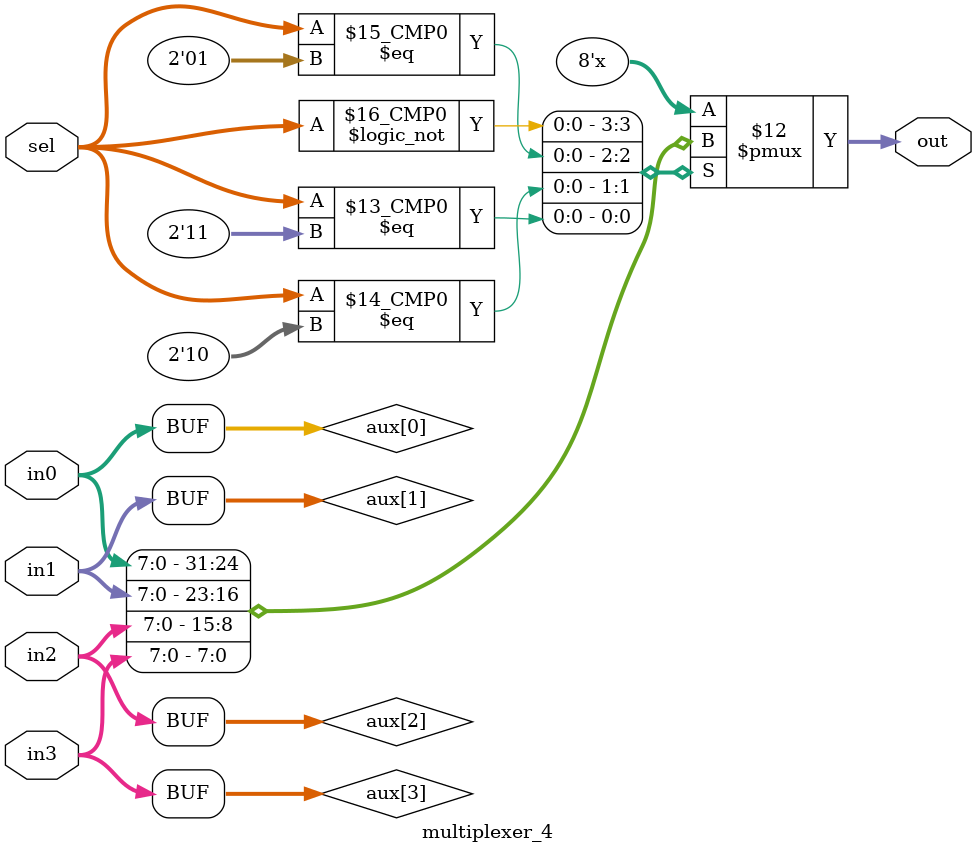
<source format=v>


module kernel_top #
(
  parameter C_S_AXI_CONTROL_ADDR_WIDTH = 12,
  parameter C_S_AXI_CONTROL_DATA_WIDTH = 32,
  parameter C_M_AXI_ADDR_WIDTH = 64,
  parameter C_M_AXI_DATA_WIDTH = 512
)
(
  input ap_clk,
  input ap_rst_n,
  input s_axi_control_awvalid,
  output s_axi_control_awready,
  input [C_S_AXI_CONTROL_ADDR_WIDTH-1:0] s_axi_control_awaddr,
  input s_axi_control_wvalid,
  output s_axi_control_wready,
  input [C_S_AXI_CONTROL_DATA_WIDTH-1:0] s_axi_control_wdata,
  input [C_S_AXI_CONTROL_DATA_WIDTH/8-1:0] s_axi_control_wstrb,
  input s_axi_control_arvalid,
  output s_axi_control_arready,
  input [C_S_AXI_CONTROL_ADDR_WIDTH-1:0] s_axi_control_araddr,
  output s_axi_control_rvalid,
  input s_axi_control_rready,
  output [C_S_AXI_CONTROL_DATA_WIDTH-1:0] s_axi_control_rdata,
  output [2-1:0] s_axi_control_rresp,
  output s_axi_control_bvalid,
  input s_axi_control_bready,
  output [2-1:0] s_axi_control_bresp,
  output interrupt,
  output m00_axi_awvalid,
  input m00_axi_awready,
  output [C_M_AXI_ADDR_WIDTH-1:0] m00_axi_awaddr,
  output [8-1:0] m00_axi_awlen,
  output m00_axi_wvalid,
  input m00_axi_wready,
  output [C_M_AXI_DATA_WIDTH-1:0] m00_axi_wdata,
  output [C_M_AXI_DATA_WIDTH/8-1:0] m00_axi_wstrb,
  output m00_axi_wlast,
  input m00_axi_bvalid,
  output m00_axi_bready,
  output m00_axi_arvalid,
  input m00_axi_arready,
  output [C_M_AXI_ADDR_WIDTH-1:0] m00_axi_araddr,
  output [8-1:0] m00_axi_arlen,
  input m00_axi_rvalid,
  output m00_axi_rready,
  input [C_M_AXI_DATA_WIDTH-1:0] m00_axi_rdata,
  input m00_axi_rlast,
  output m01_axi_awvalid,
  input m01_axi_awready,
  output [C_M_AXI_ADDR_WIDTH-1:0] m01_axi_awaddr,
  output [8-1:0] m01_axi_awlen,
  output m01_axi_wvalid,
  input m01_axi_wready,
  output [C_M_AXI_DATA_WIDTH-1:0] m01_axi_wdata,
  output [C_M_AXI_DATA_WIDTH/8-1:0] m01_axi_wstrb,
  output m01_axi_wlast,
  input m01_axi_bvalid,
  output m01_axi_bready,
  output m01_axi_arvalid,
  input m01_axi_arready,
  output [C_M_AXI_ADDR_WIDTH-1:0] m01_axi_araddr,
  output [8-1:0] m01_axi_arlen,
  input m01_axi_rvalid,
  output m01_axi_rready,
  input [C_M_AXI_DATA_WIDTH-1:0] m01_axi_rdata,
  input m01_axi_rlast
);

  (* DONT_TOUCH = "yes" *)
  reg areset;
  wire ap_start;
  wire ap_idle;
  wire ap_done;
  wire ap_ready;
  wire [32-1:0] in_s0;
  wire [32-1:0] in_s1;
  wire [32-1:0] out_s0;
  wire [32-1:0] out_s1;
  wire [64-1:0] in0;
  wire [64-1:0] out0;
  wire [64-1:0] in1;
  wire [64-1:0] out1;

  always @(posedge ap_clk) begin
    areset <= ~ap_rst_n;
  end


  control_s_axi_2
  #(
    .C_S_AXI_ADDR_WIDTH(C_S_AXI_CONTROL_ADDR_WIDTH),
    .C_S_AXI_DATA_WIDTH(C_S_AXI_CONTROL_DATA_WIDTH)
  )
  control_s_axi_inst
  (
    .aclk(ap_clk),
    .areset(areset),
    .aclk_en(1'b1),
    .awvalid(s_axi_control_awvalid),
    .awready(s_axi_control_awready),
    .awaddr(s_axi_control_awaddr),
    .wvalid(s_axi_control_wvalid),
    .wready(s_axi_control_wready),
    .wdata(s_axi_control_wdata),
    .wstrb(s_axi_control_wstrb),
    .arvalid(s_axi_control_arvalid),
    .arready(s_axi_control_arready),
    .araddr(s_axi_control_araddr),
    .rvalid(s_axi_control_rvalid),
    .rready(s_axi_control_rready),
    .rdata(s_axi_control_rdata),
    .rresp(s_axi_control_rresp),
    .bvalid(s_axi_control_bvalid),
    .bready(s_axi_control_bready),
    .bresp(s_axi_control_bresp),
    .interrupt(interrupt),
    .ap_start(ap_start),
    .ap_done(ap_done),
    .ap_ready(ap_ready),
    .ap_idle(ap_idle),
    .in_s0(in_s0),
    .in_s1(in_s1),
    .out_s0(out_s0),
    .out_s1(out_s1),
    .in0(in0),
    .out0(out0),
    .in1(in1),
    .out1(out1)
  );


  app_top
  #(
    .C_M_AXI_ADDR_WIDTH(C_M_AXI_ADDR_WIDTH),
    .C_M_AXI_DATA_WIDTH(C_M_AXI_DATA_WIDTH)
  )
  app_inst
  (
    .ap_clk(ap_clk),
    .ap_rst_n(ap_rst_n),
    .ap_start(ap_start),
    .ap_done(ap_done),
    .ap_idle(ap_idle),
    .ap_ready(ap_ready),
    .in_s0(in_s0),
    .in_s1(in_s1),
    .out_s0(out_s0),
    .out_s1(out_s1),
    .in0(in0),
    .out0(out0),
    .in1(in1),
    .out1(out1),
    .m00_axi_awvalid(m00_axi_awvalid),
    .m00_axi_awready(m00_axi_awready),
    .m00_axi_awaddr(m00_axi_awaddr),
    .m00_axi_awlen(m00_axi_awlen),
    .m00_axi_wvalid(m00_axi_wvalid),
    .m00_axi_wready(m00_axi_wready),
    .m00_axi_wdata(m00_axi_wdata),
    .m00_axi_wstrb(m00_axi_wstrb),
    .m00_axi_wlast(m00_axi_wlast),
    .m00_axi_bvalid(m00_axi_bvalid),
    .m00_axi_bready(m00_axi_bready),
    .m00_axi_arvalid(m00_axi_arvalid),
    .m00_axi_arready(m00_axi_arready),
    .m00_axi_araddr(m00_axi_araddr),
    .m00_axi_arlen(m00_axi_arlen),
    .m00_axi_rvalid(m00_axi_rvalid),
    .m00_axi_rready(m00_axi_rready),
    .m00_axi_rdata(m00_axi_rdata),
    .m00_axi_rlast(m00_axi_rlast),
    .m01_axi_awvalid(m01_axi_awvalid),
    .m01_axi_awready(m01_axi_awready),
    .m01_axi_awaddr(m01_axi_awaddr),
    .m01_axi_awlen(m01_axi_awlen),
    .m01_axi_wvalid(m01_axi_wvalid),
    .m01_axi_wready(m01_axi_wready),
    .m01_axi_wdata(m01_axi_wdata),
    .m01_axi_wstrb(m01_axi_wstrb),
    .m01_axi_wlast(m01_axi_wlast),
    .m01_axi_bvalid(m01_axi_bvalid),
    .m01_axi_bready(m01_axi_bready),
    .m01_axi_arvalid(m01_axi_arvalid),
    .m01_axi_arready(m01_axi_arready),
    .m01_axi_araddr(m01_axi_araddr),
    .m01_axi_arlen(m01_axi_arlen),
    .m01_axi_rvalid(m01_axi_rvalid),
    .m01_axi_rready(m01_axi_rready),
    .m01_axi_rdata(m01_axi_rdata),
    .m01_axi_rlast(m01_axi_rlast)
  );


  initial begin
    areset = 1'b1;
  end


endmodule



module control_s_axi_2 #
(
  parameter C_S_AXI_ADDR_WIDTH = 7,
  parameter C_S_AXI_DATA_WIDTH = 32
)
(
  input aclk,
  input areset,
  input aclk_en,
  input [C_S_AXI_ADDR_WIDTH-1:0] awaddr,
  input awvalid,
  output awready,
  input [C_S_AXI_DATA_WIDTH-1:0] wdata,
  input [C_S_AXI_DATA_WIDTH/8-1:0] wstrb,
  input wvalid,
  output wready,
  output [2-1:0] bresp,
  output bvalid,
  input bready,
  input [C_S_AXI_ADDR_WIDTH-1:0] araddr,
  input arvalid,
  output arready,
  output [C_S_AXI_DATA_WIDTH-1:0] rdata,
  output [2-1:0] rresp,
  output rvalid,
  input rready,
  output interrupt,
  output ap_start,
  input ap_done,
  input ap_ready,
  input ap_idle,
  output [32-1:0] in_s0,
  output [32-1:0] in_s1,
  output [32-1:0] out_s0,
  output [32-1:0] out_s1,
  output [64-1:0] in0,
  output [64-1:0] in1,
  output [64-1:0] out0,
  output [64-1:0] out1
);

  localparam ADDR_AP_CTRL = 7'h0;
  localparam ADDR_GIE = 7'h4;
  localparam ADDR_IER = 7'h8;
  localparam ADDR_ISR = 7'hc;
  localparam ADDR_IN_S0_DATA_0 = 7'h10;
  localparam ADDR_IN_S0_CTRL = 7'h14;
  localparam ADDR_IN_S1_DATA_0 = 7'h18;
  localparam ADDR_IN_S1_CTRL = 7'h1c;
  localparam ADDR_OUT_S0_DATA_0 = 7'h20;
  localparam ADDR_OUT_S0_CTRL = 7'h24;
  localparam ADDR_OUT_S1_DATA_0 = 7'h28;
  localparam ADDR_OUT_S1_CTRL = 7'h2c;
  localparam ADDR_IN0_DATA_0 = 7'h30;
  localparam ADDR_IN0_DATA_1 = 7'h34;
  localparam ADDR_IN0_CTRL = 7'h38;
  localparam ADDR_OUT0_DATA_0 = 7'h3c;
  localparam ADDR_OUT0_DATA_1 = 7'h40;
  localparam ADDR_OUT0_CTRL = 7'h44;
  localparam ADDR_IN1_DATA_0 = 7'h48;
  localparam ADDR_IN1_DATA_1 = 7'h4c;
  localparam ADDR_IN1_CTRL = 7'h50;
  localparam ADDR_OUT1_DATA_0 = 7'h54;
  localparam ADDR_OUT1_DATA_1 = 7'h58;
  localparam ADDR_OUT1_CTRL = 7'h5c;
  localparam WRIDLE = 2'd0;
  localparam WRDATA = 2'd1;
  localparam WRRESP = 2'd2;
  localparam WRRESET = 2'd3;
  localparam RDIDLE = 2'd0;
  localparam RDDATA = 2'd1;
  localparam RDRESET = 2'd2;
  localparam ADDR_BITS = 7;
  reg [2-1:0] wstate;
  reg [2-1:0] wnext;
  reg [ADDR_BITS-1:0] waddr;
  wire [32-1:0] wmask;
  wire aw_hs;
  wire w_hs;
  reg [2-1:0] rstate;
  reg [2-1:0] rnext;
  reg [32-1:0] rrdata;
  wire ar_hs;
  wire [ADDR_BITS-1:0] raddr;
  reg int_ap_idle;
  reg int_ap_ready;
  reg int_ap_done;
  reg int_ap_start;
  reg int_auto_restart;
  reg int_gie;
  reg [2-1:0] int_ier;
  reg [2-1:0] int_isr;
  reg [32-1:0] int_in_s0;
  reg [32-1:0] int_in_s1;
  reg [32-1:0] int_out_s0;
  reg [32-1:0] int_out_s1;
  reg [64-1:0] int_in0;
  reg [64-1:0] int_out0;
  reg [64-1:0] int_in1;
  reg [64-1:0] int_out1;
  assign awready = wstate == WRIDLE;
  assign wready = wstate == WRDATA;
  assign bresp = 2'b0;
  assign bvalid = wstate == WRRESP;
  assign wmask = { { 8{ wstrb[3] } }, { 8{ wstrb[2] } }, { 8{ wstrb[1] } }, { 8{ wstrb[0] } } };
  assign aw_hs = awvalid & awready;
  assign w_hs = wvalid & wready;

  always @(posedge aclk) begin
    if(areset) begin
      wstate <= WRRESET;
    end else begin
      if(aclk_en) begin
        wstate <= wnext;
      end 
    end
  end


  always @(*) begin
    case(wstate)
      WRIDLE: begin
        if(awvalid) begin
          wnext <= WRDATA;
        end else begin
          wnext <= WRIDLE;
        end
      end
      WRDATA: begin
        if(wvalid) begin
          wnext <= WRRESP;
        end else begin
          wnext <= WRDATA;
        end
      end
      WRRESP: begin
        if(bready) begin
          wnext <= WRIDLE;
        end else begin
          wnext <= WRRESP;
        end
      end
      default: begin
        wnext <= WRIDLE;
      end
    endcase
  end


  always @(posedge aclk) begin
    if(aclk_en) begin
      if(aw_hs) begin
        waddr <= awaddr[ADDR_BITS-1:0];
      end 
    end 
  end

  assign arready = rstate == RDIDLE;
  assign rdata = rrdata;
  assign rresp = 2'b0;
  assign rvalid = rstate == RDDATA;
  assign ar_hs = arvalid & arready;
  assign raddr = araddr[ADDR_BITS-1:0];

  always @(posedge aclk) begin
    if(areset) begin
      rstate <= RDRESET;
    end else begin
      if(aclk_en) begin
        rstate <= rnext;
      end 
    end
  end


  always @(*) begin
    case(rstate)
      RDIDLE: begin
        if(arvalid) begin
          rnext <= RDDATA;
        end else begin
          rnext <= RDIDLE;
        end
      end
      RDDATA: begin
        if(rready & rvalid) begin
          rnext <= RDIDLE;
        end else begin
          rnext <= RDDATA;
        end
      end
      default: begin
        rnext <= RDIDLE;
      end
    endcase
  end


  always @(posedge aclk) begin
    if(aclk_en) begin
      if(ar_hs) begin
        rrdata <= 1'b0;
        case(raddr)
          ADDR_AP_CTRL: begin
            rrdata[0] <= int_ap_start;
            rrdata[1] <= int_ap_done;
            rrdata[2] <= int_ap_idle;
            rrdata[3] <= int_ap_ready;
            rrdata[7] <= int_auto_restart;
          end
          ADDR_GIE: begin
            rrdata <= int_gie;
          end
          ADDR_IER: begin
            rrdata <= int_ier;
          end
          ADDR_ISR: begin
            rrdata <= int_isr;
          end
          ADDR_IN_S0_DATA_0: begin
            rrdata <= int_in_s0[31:0];
          end
          ADDR_IN_S1_DATA_0: begin
            rrdata <= int_in_s1[31:0];
          end
          ADDR_OUT_S0_DATA_0: begin
            rrdata <= int_out_s0[31:0];
          end
          ADDR_OUT_S1_DATA_0: begin
            rrdata <= int_out_s1[31:0];
          end
          ADDR_IN0_DATA_0: begin
            rrdata <= int_in0[31:0];
          end
          ADDR_IN0_DATA_1: begin
            rrdata <= int_in0[63:32];
          end
          ADDR_IN1_DATA_0: begin
            rrdata <= int_in1[31:0];
          end
          ADDR_IN1_DATA_1: begin
            rrdata <= int_in1[63:32];
          end
          ADDR_OUT0_DATA_0: begin
            rrdata <= int_out0[31:0];
          end
          ADDR_OUT0_DATA_1: begin
            rrdata <= int_out0[63:32];
          end
          ADDR_OUT1_DATA_0: begin
            rrdata <= int_out1[31:0];
          end
          ADDR_OUT1_DATA_1: begin
            rrdata <= int_out1[63:32];
          end
        endcase
      end 
    end 
  end

  assign interrupt = int_gie & |int_isr;
  assign ap_start = int_ap_start;
  assign in_s0 = int_in_s0;
  assign in_s1 = int_in_s1;
  assign out_s0 = int_out_s0;
  assign out_s1 = int_out_s1;
  assign in0 = int_in0;
  assign out0 = int_out0;
  assign in1 = int_in1;
  assign out1 = int_out1;

  always @(posedge aclk) begin
    if(areset) begin
      int_ap_start <= 1'b0;
    end else begin
      if(aclk_en) begin
        if(w_hs && (waddr == ADDR_AP_CTRL) && wstrb[0] && wdata[0]) begin
          int_ap_start <= 1'b1;
        end else if(ap_ready) begin
          int_ap_start <= int_auto_restart;
        end 
      end 
    end
  end


  always @(posedge aclk) begin
    if(areset) begin
      int_ap_done <= 1'b0;
    end else begin
      if(aclk_en) begin
        if(ap_done) begin
          int_ap_done <= 1'b1;
        end else if(ar_hs && (raddr == ADDR_AP_CTRL)) begin
          int_ap_done <= 1'b0;
        end 
      end 
    end
  end


  always @(posedge aclk) begin
    if(areset) begin
      int_ap_idle <= 1'b1;
    end else begin
      if(aclk_en) begin
        int_ap_idle <= ap_idle;
      end 
    end
  end


  always @(posedge aclk) begin
    if(areset) begin
      int_ap_ready <= 1'b0;
    end else begin
      if(aclk_en) begin
        int_ap_ready <= ap_ready;
      end 
    end
  end


  always @(posedge aclk) begin
    if(areset) begin
      int_auto_restart <= 1'b0;
    end else begin
      if(aclk_en) begin
        if(w_hs && (waddr == ADDR_AP_CTRL) && wstrb[0]) begin
          int_auto_restart <= wdata[7];
        end 
      end 
    end
  end


  always @(posedge aclk) begin
    if(areset) begin
      int_gie <= 1'b0;
    end else begin
      if(aclk_en) begin
        if(w_hs && (waddr == ADDR_GIE) && wstrb[0]) begin
          int_gie <= wdata[0];
        end 
      end 
    end
  end


  always @(posedge aclk) begin
    if(areset) begin
      int_ier <= 2'b0;
    end else begin
      if(aclk_en) begin
        if(w_hs && (waddr == ADDR_IER) && wstrb[0]) begin
          int_ier <= wdata[1:0];
        end 
      end 
    end
  end


  always @(posedge aclk) begin
    if(areset) begin
      int_isr[0] <= 1'b0;
    end else begin
      if(aclk_en) begin
        if(int_ier[0] & ap_done) begin
          int_isr[0] <= 1'b1;
        end else if(w_hs && (waddr == ADDR_ISR) && wstrb[0]) begin
          int_isr[0] <= int_isr[0] ^ wdata[0];
        end 
      end 
    end
  end


  always @(posedge aclk) begin
    if(areset) begin
      int_isr[1] <= 1'b0;
    end else begin
      if(aclk_en) begin
        if(int_ier[1] & ap_ready) begin
          int_isr[1] <= 1'b1;
        end else if(w_hs && (waddr == ADDR_ISR) && wstrb[0]) begin
          int_isr[1] <= int_isr[1] ^ wdata[1];
        end 
      end 
    end
  end


  always @(posedge aclk) begin
    if(areset) begin
      int_in_s0[31:0] <= 32'd0;
    end else begin
      if(aclk_en) begin
        if(w_hs && (waddr == ADDR_IN_S0_DATA_0)) begin
          int_in_s0[31:0] <= wdata[31:0] & wmask | int_in_s0[31:0] & ~wmask;
        end 
      end 
    end
  end


  always @(posedge aclk) begin
    if(areset) begin
      int_in_s1[31:0] <= 32'd0;
    end else begin
      if(aclk_en) begin
        if(w_hs && (waddr == ADDR_IN_S1_DATA_0)) begin
          int_in_s1[31:0] <= wdata[31:0] & wmask | int_in_s1[31:0] & ~wmask;
        end 
      end 
    end
  end


  always @(posedge aclk) begin
    if(areset) begin
      int_out_s0[31:0] <= 32'd0;
    end else begin
      if(aclk_en) begin
        if(w_hs && (waddr == ADDR_OUT_S0_DATA_0)) begin
          int_out_s0[31:0] <= wdata[31:0] & wmask | int_out_s0[31:0] & ~wmask;
        end 
      end 
    end
  end


  always @(posedge aclk) begin
    if(areset) begin
      int_out_s1[31:0] <= 32'd0;
    end else begin
      if(aclk_en) begin
        if(w_hs && (waddr == ADDR_OUT_S1_DATA_0)) begin
          int_out_s1[31:0] <= wdata[31:0] & wmask | int_out_s1[31:0] & ~wmask;
        end 
      end 
    end
  end


  always @(posedge aclk) begin
    if(areset) begin
      int_in0[31:0] <= 32'd0;
    end else begin
      if(aclk_en) begin
        if(w_hs && (waddr == ADDR_IN0_DATA_0)) begin
          int_in0[31:0] <= wdata[31:0] & wmask | int_in0[31:0] & ~wmask;
        end 
      end 
    end
  end


  always @(posedge aclk) begin
    if(areset) begin
      int_in0[63:32] <= 32'd0;
    end else begin
      if(aclk_en) begin
        if(w_hs && (waddr == ADDR_IN0_DATA_1)) begin
          int_in0[63:32] <= wdata[31:0] & wmask | int_in0[63:32] & ~wmask;
        end 
      end 
    end
  end


  always @(posedge aclk) begin
    if(areset) begin
      int_out0[31:0] <= 32'd0;
    end else begin
      if(aclk_en) begin
        if(w_hs && (waddr == ADDR_OUT0_DATA_0)) begin
          int_out0[31:0] <= wdata[31:0] & wmask | int_out0[31:0] & ~wmask;
        end 
      end 
    end
  end


  always @(posedge aclk) begin
    if(areset) begin
      int_out0[63:32] <= 32'd0;
    end else begin
      if(aclk_en) begin
        if(w_hs && (waddr == ADDR_OUT0_DATA_1)) begin
          int_out0[63:32] <= wdata[31:0] & wmask | int_out0[63:32] & ~wmask;
        end 
      end 
    end
  end


  always @(posedge aclk) begin
    if(areset) begin
      int_in1[31:0] <= 32'd0;
    end else begin
      if(aclk_en) begin
        if(w_hs && (waddr == ADDR_IN1_DATA_0)) begin
          int_in1[31:0] <= wdata[31:0] & wmask | int_in1[31:0] & ~wmask;
        end 
      end 
    end
  end


  always @(posedge aclk) begin
    if(areset) begin
      int_in1[63:32] <= 32'd0;
    end else begin
      if(aclk_en) begin
        if(w_hs && (waddr == ADDR_IN1_DATA_1)) begin
          int_in1[63:32] <= wdata[31:0] & wmask | int_in1[63:32] & ~wmask;
        end 
      end 
    end
  end


  always @(posedge aclk) begin
    if(areset) begin
      int_out1[31:0] <= 32'd0;
    end else begin
      if(aclk_en) begin
        if(w_hs && (waddr == ADDR_OUT1_DATA_0)) begin
          int_out1[31:0] <= wdata[31:0] & wmask | int_out1[31:0] & ~wmask;
        end 
      end 
    end
  end


  always @(posedge aclk) begin
    if(areset) begin
      int_out1[63:32] <= 32'd0;
    end else begin
      if(aclk_en) begin
        if(w_hs && (waddr == ADDR_OUT1_DATA_1)) begin
          int_out1[63:32] <= wdata[31:0] & wmask | int_out1[63:32] & ~wmask;
        end 
      end 
    end
  end


  initial begin
    wstate = WRRESET;
    wnext = 0;
    waddr = 0;
    rstate = RDRESET;
    rnext = 0;
    rrdata = 0;
    int_ap_idle = 1'b1;
    int_ap_ready = 0;
    int_ap_done = 0;
    int_ap_start = 0;
    int_auto_restart = 0;
    int_gie = 0;
    int_ier = 0;
    int_isr = 0;
    int_in_s0 = 0;
    int_in_s1 = 0;
    int_out_s0 = 0;
    int_out_s1 = 0;
    int_in0 = 0;
    int_out0 = 0;
    int_in1 = 0;
    int_out1 = 0;
  end


endmodule



module app_top #
(
  parameter C_M_AXI_ADDR_WIDTH = 64,
  parameter C_M_AXI_DATA_WIDTH = 512
)
(
  input ap_clk,
  input ap_rst_n,
  output m00_axi_awvalid,
  input m00_axi_awready,
  output [C_M_AXI_ADDR_WIDTH-1:0] m00_axi_awaddr,
  output [8-1:0] m00_axi_awlen,
  output m00_axi_wvalid,
  input m00_axi_wready,
  output [C_M_AXI_DATA_WIDTH-1:0] m00_axi_wdata,
  output [C_M_AXI_DATA_WIDTH/8-1:0] m00_axi_wstrb,
  output m00_axi_wlast,
  input m00_axi_bvalid,
  output m00_axi_bready,
  output m00_axi_arvalid,
  input m00_axi_arready,
  output [C_M_AXI_ADDR_WIDTH-1:0] m00_axi_araddr,
  output [8-1:0] m00_axi_arlen,
  input m00_axi_rvalid,
  output m00_axi_rready,
  input [C_M_AXI_DATA_WIDTH-1:0] m00_axi_rdata,
  input m00_axi_rlast,
  output m01_axi_awvalid,
  input m01_axi_awready,
  output [C_M_AXI_ADDR_WIDTH-1:0] m01_axi_awaddr,
  output [8-1:0] m01_axi_awlen,
  output m01_axi_wvalid,
  input m01_axi_wready,
  output [C_M_AXI_DATA_WIDTH-1:0] m01_axi_wdata,
  output [C_M_AXI_DATA_WIDTH/8-1:0] m01_axi_wstrb,
  output m01_axi_wlast,
  input m01_axi_bvalid,
  output m01_axi_bready,
  output m01_axi_arvalid,
  input m01_axi_arready,
  output [C_M_AXI_ADDR_WIDTH-1:0] m01_axi_araddr,
  output [8-1:0] m01_axi_arlen,
  input m01_axi_rvalid,
  output m01_axi_rready,
  input [C_M_AXI_DATA_WIDTH-1:0] m01_axi_rdata,
  input m01_axi_rlast,
  input ap_start,
  output ap_idle,
  output ap_done,
  output ap_ready,
  input [32-1:0] in_s0,
  input [32-1:0] in_s1,
  input [32-1:0] out_s0,
  input [32-1:0] out_s1,
  input [64-1:0] in0,
  input [64-1:0] out0,
  input [64-1:0] in1,
  input [64-1:0] out1
);

  localparam LP_NUM_EXAMPLES = 2;
  localparam LP_LENGTH_WIDTH = 32;
  localparam LP_DW_BYTES = C_M_AXI_DATA_WIDTH / 8;
  localparam LP_AXI_BURST_LEN = (4096 / LP_DW_BYTES < 256)? 4096 / LP_DW_BYTES : 256;
  localparam LP_LOG_BURST_LEN = $clog2(LP_AXI_BURST_LEN);
  localparam LP_BRAM_DEPTH = 512;
  localparam LP_RD_MAX_OUTSTANDING = LP_BRAM_DEPTH / LP_AXI_BURST_LEN;
  localparam LP_WR_MAX_OUTSTANDING = 32;
  (* KEEP = "yes" *)
  reg reset;
  reg ap_idle_r;
  reg ap_done_r;
  wire [LP_NUM_EXAMPLES-1:0] rd_ctrl_done;
  wire [LP_NUM_EXAMPLES-1:0] wr_ctrl_done;
  reg [LP_NUM_EXAMPLES-1:0] acc_user_done_rd_data;
  reg [LP_NUM_EXAMPLES-1:0] acc_user_done_wr_data;
  wire [LP_NUM_EXAMPLES-1:0] acc_user_request_read;
  wire [LP_NUM_EXAMPLES-1:0] acc_user_read_data_valid;
  wire [C_M_AXI_DATA_WIDTH*LP_NUM_EXAMPLES-1:0] acc_user_read_data;
  wire [LP_NUM_EXAMPLES-1:0] acc_user_available_write;
  wire [LP_NUM_EXAMPLES-1:0] acc_user_request_write;
  wire [C_M_AXI_DATA_WIDTH*LP_NUM_EXAMPLES-1:0] acc_user_write_data;
  wire acc_user_done;
  wire rd_tvalid0;
  wire rd_tready0;
  wire rd_tlast0;
  wire [C_M_AXI_DATA_WIDTH-1:0] rd_tdata0;
  wire rd_tvalid1;
  wire rd_tready1;
  wire rd_tlast1;
  wire [C_M_AXI_DATA_WIDTH-1:0] rd_tdata1;
  wire wr_tvalid0;
  wire wr_tready0;
  wire [C_M_AXI_DATA_WIDTH-1:0] wr_tdata0;
  wire wr_tvalid1;
  wire wr_tready1;
  wire [C_M_AXI_DATA_WIDTH-1:0] wr_tdata1;
  reg [2-1:0] fsm_reset;
  reg areset;
  reg ap_start_pulse;
  localparam FSM_STATE_START = 2'b0;
  localparam FSM_STATE_RESET = 2'b1;
  localparam FSM_STATE_RUNNING = 2'b10;

  always @(posedge ap_clk) begin
    reset <= ~ap_rst_n;
  end


  always @(posedge ap_clk) begin
    if(reset) begin
      areset <= 1'b0;
      fsm_reset <= FSM_STATE_START;
      ap_start_pulse <= 1'b0;
    end else begin
      areset <= 1'b0;
      ap_start_pulse <= 1'b0;
      case(fsm_reset)
        FSM_STATE_START: begin
          if(ap_start) begin
            areset <= 1'b1;
            fsm_reset <= FSM_STATE_RESET;
          end 
        end
        FSM_STATE_RESET: begin
          ap_start_pulse <= 1'b1;
          fsm_reset <= FSM_STATE_RUNNING;
        end
        FSM_STATE_RUNNING: begin
          if(~ap_start) begin
            fsm_reset <= FSM_STATE_START;
          end 
        end
      endcase
    end
  end


  always @(posedge ap_clk) begin
    if(areset) begin
      ap_idle_r <= 1'b1;
    end else begin
      ap_idle_r <= (ap_done)? 1'b1 : 
                   (ap_start_pulse)? 1'b0 : ap_idle;
    end
  end

  assign ap_idle = ap_idle_r;

  always @(posedge ap_clk) begin
    if(areset) begin
      ap_done_r <= 1'b0;
    end else begin
      ap_done_r <= (ap_done)? 1'b0 : ap_done_r | acc_user_done;
    end
  end

  assign ap_done = ap_done_r;
  assign ap_ready = ap_done;
  integer i;

  always @(posedge ap_clk) begin
    if(areset) begin
      acc_user_done_rd_data <= { LP_NUM_EXAMPLES{ 1'b0 } };
      acc_user_done_wr_data <= { LP_NUM_EXAMPLES{ 1'b0 } };
    end else begin
      for(i=0; i<LP_NUM_EXAMPLES; i=i+1) begin
        acc_user_done_rd_data[i] <= (rd_ctrl_done[i])? 1'b1 : acc_user_done_rd_data[i];
        acc_user_done_wr_data[i] <= (wr_ctrl_done[i])? 1'b1 : acc_user_done_wr_data[i];
      end
    end
  end

  assign rd_tready0 = acc_user_request_read[0];
  assign rd_tready1 = acc_user_request_read[1];
  assign acc_user_read_data_valid = {rd_tvalid1,rd_tvalid0};
  assign acc_user_read_data = {rd_tdata1,rd_tdata0};

  assign acc_user_available_write = {wr_tready1,wr_tready0};
  assign wr_tvalid0 = acc_user_request_write[0];
  assign wr_tdata0 = acc_user_write_data[1*C_M_AXI_DATA_WIDTH-1:0*C_M_AXI_DATA_WIDTH];
  assign wr_tvalid1 = acc_user_request_write[1];
  assign wr_tdata1 = acc_user_write_data[2*C_M_AXI_DATA_WIDTH-1:1*C_M_AXI_DATA_WIDTH];

  axi_reader_wrapper
  #(
    .C_M_AXI_ADDR_WIDTH(C_M_AXI_ADDR_WIDTH),
    .C_M_AXI_DATA_WIDTH(C_M_AXI_DATA_WIDTH),
    .C_XFER_SIZE_WIDTH(32),
    .C_MAX_OUTSTANDING(LP_RD_MAX_OUTSTANDING),
    .C_INCLUDE_DATA_FIFO(1)
  )
  axi_reader_0
  (
    .aclk(ap_clk),
    .areset(areset),
    .ctrl_start(ap_start_pulse),
    .ctrl_done(rd_ctrl_done[0]),
    .ctrl_addr_offset(in0),
    .ctrl_xfer_size_in_bytes(in_s0),
    .m_axi_arvalid(m00_axi_arvalid),
    .m_axi_arready(m00_axi_arready),
    .m_axi_araddr(m00_axi_araddr),
    .m_axi_arlen(m00_axi_arlen),
    .m_axi_rvalid(m00_axi_rvalid),
    .m_axi_rready(m00_axi_rready),
    .m_axi_rdata(m00_axi_rdata),
    .m_axi_rlast(m00_axi_rlast),
    .m_axis_aclk(ap_clk),
    .m_axis_areset(areset),
    .m_axis_tvalid(rd_tvalid0),
    .m_axis_tready(rd_tready0),
    .m_axis_tlast(rd_tlast0),
    .m_axis_tdata(rd_tdata0)
  );


  axi_reader_wrapper
  #(
    .C_M_AXI_ADDR_WIDTH(C_M_AXI_ADDR_WIDTH),
    .C_M_AXI_DATA_WIDTH(C_M_AXI_DATA_WIDTH),
    .C_XFER_SIZE_WIDTH(32),
    .C_MAX_OUTSTANDING(LP_RD_MAX_OUTSTANDING),
    .C_INCLUDE_DATA_FIFO(1)
  )
  axi_reader_1
  (
    .aclk(ap_clk),
    .areset(areset),
    .ctrl_start(ap_start_pulse),
    .ctrl_done(rd_ctrl_done[1]),
    .ctrl_addr_offset(in1),
    .ctrl_xfer_size_in_bytes(in_s1),
    .m_axi_arvalid(m01_axi_arvalid),
    .m_axi_arready(m01_axi_arready),
    .m_axi_araddr(m01_axi_araddr),
    .m_axi_arlen(m01_axi_arlen),
    .m_axi_rvalid(m01_axi_rvalid),
    .m_axi_rready(m01_axi_rready),
    .m_axi_rdata(m01_axi_rdata),
    .m_axi_rlast(m01_axi_rlast),
    .m_axis_aclk(ap_clk),
    .m_axis_areset(areset),
    .m_axis_tvalid(rd_tvalid1),
    .m_axis_tready(rd_tready1),
    .m_axis_tlast(rd_tlast1),
    .m_axis_tdata(rd_tdata1)
  );


  axi_writer_wrapper
  #(
    .C_M_AXI_ADDR_WIDTH(C_M_AXI_ADDR_WIDTH),
    .C_M_AXI_DATA_WIDTH(C_M_AXI_DATA_WIDTH),
    .C_XFER_SIZE_WIDTH(32),
    .C_MAX_OUTSTANDING(LP_WR_MAX_OUTSTANDING),
    .C_INCLUDE_DATA_FIFO(1)
  )
  axi_writer_0
  (
    .aclk(ap_clk),
    .areset(areset),
    .ctrl_start(ap_start_pulse),
    .ctrl_done(wr_ctrl_done[0]),
    .ctrl_addr_offset(out0),
    .ctrl_xfer_size_in_bytes(out_s0),
    .m_axi_awvalid(m00_axi_awvalid),
    .m_axi_awready(m00_axi_awready),
    .m_axi_awaddr(m00_axi_awaddr),
    .m_axi_awlen(m00_axi_awlen),
    .m_axi_wvalid(m00_axi_wvalid),
    .m_axi_wready(m00_axi_wready),
    .m_axi_wdata(m00_axi_wdata),
    .m_axi_wstrb(m00_axi_wstrb),
    .m_axi_wlast(m00_axi_wlast),
    .m_axi_bvalid(m00_axi_bvalid),
    .m_axi_bready(m00_axi_bready),
    .s_axis_aclk(ap_clk),
    .s_axis_areset(areset),
    .s_axis_tvalid(wr_tvalid0),
    .s_axis_tready(wr_tready0),
    .s_axis_tdata(wr_tdata0)
  );


  axi_writer_wrapper
  #(
    .C_M_AXI_ADDR_WIDTH(C_M_AXI_ADDR_WIDTH),
    .C_M_AXI_DATA_WIDTH(C_M_AXI_DATA_WIDTH),
    .C_XFER_SIZE_WIDTH(32),
    .C_MAX_OUTSTANDING(LP_WR_MAX_OUTSTANDING),
    .C_INCLUDE_DATA_FIFO(1)
  )
  axi_writer_1
  (
    .aclk(ap_clk),
    .areset(areset),
    .ctrl_start(ap_start_pulse),
    .ctrl_done(wr_ctrl_done[1]),
    .ctrl_addr_offset(out1),
    .ctrl_xfer_size_in_bytes(out_s1),
    .m_axi_awvalid(m01_axi_awvalid),
    .m_axi_awready(m01_axi_awready),
    .m_axi_awaddr(m01_axi_awaddr),
    .m_axi_awlen(m01_axi_awlen),
    .m_axi_wvalid(m01_axi_wvalid),
    .m_axi_wready(m01_axi_wready),
    .m_axi_wdata(m01_axi_wdata),
    .m_axi_wstrb(m01_axi_wstrb),
    .m_axi_wlast(m01_axi_wlast),
    .m_axi_bvalid(m01_axi_bvalid),
    .m_axi_bready(m01_axi_bready),
    .s_axis_aclk(ap_clk),
    .s_axis_areset(areset),
    .s_axis_tvalid(wr_tvalid1),
    .s_axis_tready(wr_tready1),
    .s_axis_tdata(wr_tdata1)
  );


  cgra_acc
  #(
    .INTERFACE_DATA_WIDTH(C_M_AXI_DATA_WIDTH)
  )
  cgra_acc
  (
    .clk(ap_clk),
    .rst(areset),
    .start(ap_start_pulse),
    .acc_user_done_rd_data(acc_user_done_rd_data),
    .acc_user_done_wr_data(acc_user_done_wr_data),
    .acc_user_request_read(acc_user_request_read),
    .acc_user_read_data_valid(acc_user_read_data_valid),
    .acc_user_read_data(acc_user_read_data),
    .acc_user_available_write(acc_user_available_write),
    .acc_user_request_write(acc_user_request_write),
    .acc_user_write_data(acc_user_write_data),
    .acc_user_done(acc_user_done)
  );


  initial begin
    reset = 1'b1;
    ap_idle_r = 1'b1;
    ap_done_r = 0;
    acc_user_done_rd_data = 0;
    acc_user_done_wr_data = 0;
    fsm_reset = FSM_STATE_START;
    areset = 1'b1;
    ap_start_pulse = 0;
  end


endmodule



module axi_reader_wrapper #
(
  parameter C_M_AXI_ADDR_WIDTH = 64,
  parameter C_M_AXI_DATA_WIDTH = 512,
  parameter C_XFER_SIZE_WIDTH = 64,
  parameter C_MAX_OUTSTANDING = 16,
  parameter C_INCLUDE_DATA_FIFO = 1
)
(
  input aclk,
  input areset,
  input ctrl_start,
  output ctrl_done,
  input [C_M_AXI_ADDR_WIDTH-1:0] ctrl_addr_offset,
  input [C_XFER_SIZE_WIDTH-1:0] ctrl_xfer_size_in_bytes,
  output m_axi_arvalid,
  input m_axi_arready,
  output [C_M_AXI_ADDR_WIDTH-1:0] m_axi_araddr,
  output [8-1:0] m_axi_arlen,
  input m_axi_rvalid,
  output m_axi_rready,
  input [C_M_AXI_DATA_WIDTH-1:0] m_axi_rdata,
  input m_axi_rlast,
  input m_axis_aclk,
  input m_axis_areset,
  output m_axis_tvalid,
  input m_axis_tready,
  output [C_M_AXI_DATA_WIDTH-1:0] m_axis_tdata,
  output m_axis_tlast
);

  axi_reader #(
            .C_M_AXI_ADDR_WIDTH  ( C_M_AXI_ADDR_WIDTH  ) ,
            .C_M_AXI_DATA_WIDTH  ( C_M_AXI_DATA_WIDTH  ) ,
            .C_XFER_SIZE_WIDTH   ( C_XFER_SIZE_WIDTH   ) ,
            .C_MAX_OUTSTANDING   ( C_MAX_OUTSTANDING   ) ,
            .C_INCLUDE_DATA_FIFO ( C_INCLUDE_DATA_FIFO )
          )
          inst_axi_reader (
            .aclk                    ( aclk                   ) ,
            .areset                  ( areset                 ) ,
            .ctrl_start              ( ctrl_start             ) ,
            .ctrl_done               ( ctrl_done              ) ,
            .ctrl_addr_offset        ( ctrl_addr_offset       ) ,
            .ctrl_xfer_size_in_bytes ( ctrl_xfer_size_in_bytes) ,
            .m_axi_arvalid           ( m_axi_arvalid          ) ,
            .m_axi_arready           ( m_axi_arready          ) ,
            .m_axi_araddr            ( m_axi_araddr           ) ,
            .m_axi_arlen             ( m_axi_arlen            ) ,
            .m_axi_rvalid            ( m_axi_rvalid           ) ,
            .m_axi_rready            ( m_axi_rready           ) ,
            .m_axi_rdata             ( m_axi_rdata            ) ,
            .m_axi_rlast             ( m_axi_rlast            ) ,
            .m_axis_aclk             ( m_axis_aclk            ) ,
            .m_axis_areset           ( m_axis_areset          ) ,
            .m_axis_tvalid           ( m_axis_tvalid          ) ,
            .m_axis_tready           ( m_axis_tready          ) ,
            .m_axis_tlast            ( m_axis_tlast           ) ,
            .m_axis_tdata            ( m_axis_tdata           )
          );

endmodule



module axi_writer_wrapper #
(
  parameter C_M_AXI_ADDR_WIDTH = 64,
  parameter C_M_AXI_DATA_WIDTH = 512,
  parameter C_XFER_SIZE_WIDTH = 64,
  parameter C_MAX_OUTSTANDING = 32,
  parameter C_INCLUDE_DATA_FIFO = 1
)
(
  input aclk,
  input areset,
  input ctrl_start,
  output ctrl_done,
  input [C_M_AXI_ADDR_WIDTH-1:0] ctrl_addr_offset,
  input [C_XFER_SIZE_WIDTH-1:0] ctrl_xfer_size_in_bytes,
  output m_axi_awvalid,
  input m_axi_awready,
  output [C_M_AXI_ADDR_WIDTH-1:0] m_axi_awaddr,
  output [8-1:0] m_axi_awlen,
  output m_axi_wvalid,
  input m_axi_wready,
  output [C_M_AXI_DATA_WIDTH-1:0] m_axi_wdata,
  output [C_M_AXI_DATA_WIDTH/8-1:0] m_axi_wstrb,
  output m_axi_wlast,
  input m_axi_bvalid,
  output m_axi_bready,
  input s_axis_aclk,
  input s_axis_areset,
  input s_axis_tvalid,
  output s_axis_tready,
  input [C_M_AXI_DATA_WIDTH-1:0] s_axis_tdata
);

  axi_writer #(
            .C_M_AXI_ADDR_WIDTH  ( C_M_AXI_ADDR_WIDTH ) ,
            .C_M_AXI_DATA_WIDTH  ( C_M_AXI_DATA_WIDTH ) ,
            .C_XFER_SIZE_WIDTH   ( C_XFER_SIZE_WIDTH  ) ,
            .C_MAX_OUTSTANDING   ( C_MAX_OUTSTANDING  ) ,
            .C_INCLUDE_DATA_FIFO ( C_INCLUDE_DATA_FIFO)
          )
          inst_axi_writer (
            .aclk                    ( aclk                   ) ,
            .areset                  ( areset                 ) ,
            .ctrl_start              ( ctrl_start             ) ,
            .ctrl_done               ( ctrl_done              ) ,
            .ctrl_addr_offset        ( ctrl_addr_offset       ) ,
            .ctrl_xfer_size_in_bytes ( ctrl_xfer_size_in_bytes) ,
            .m_axi_awvalid           ( m_axi_awvalid) ,
            .m_axi_awready           ( m_axi_awready) ,
            .m_axi_awaddr            ( m_axi_awaddr ) ,
            .m_axi_awlen             ( m_axi_awlen  ) ,
            .m_axi_wvalid            ( m_axi_wvalid ) ,
            .m_axi_wready            ( m_axi_wready ) ,
            .m_axi_wdata             ( m_axi_wdata  ) ,
            .m_axi_wstrb             ( m_axi_wstrb  ) ,
            .m_axi_wlast             ( m_axi_wlast  ) ,
            .m_axi_bvalid            ( m_axi_bvalid ) ,
            .m_axi_bready            ( m_axi_bready ) ,
            .s_axis_aclk             ( s_axis_aclk  ) ,
            .s_axis_areset           ( s_axis_areset) ,
            .s_axis_tvalid           (s_axis_tvalid ) ,
            .s_axis_tready           (s_axis_tready ) ,
            .s_axis_tdata            (s_axis_tdata  )
          );

endmodule



module cgra_acc #
(
  parameter INTERFACE_DATA_WIDTH = 512
)
(
  input clk,
  input rst,
  input start,
  input [2-1:0] acc_user_done_rd_data,
  input [2-1:0] acc_user_done_wr_data,
  output [2-1:0] acc_user_request_read,
  input [2-1:0] acc_user_read_data_valid,
  input [INTERFACE_DATA_WIDTH*2-1:0] acc_user_read_data,
  input [2-1:0] acc_user_available_write,
  output [2-1:0] acc_user_request_write,
  output [INTERFACE_DATA_WIDTH*2-1:0] acc_user_write_data,
  output acc_user_done
);

  wire [2-1:0] request_read;
  wire conf_control_req_rd_data;
  wire en;
  wire [2-1:0] en_pop;
  wire [32-1:0] fifo_in_data;
  wire [2-1:0] available_pop;
  wire [2-1:0] en_push;
  wire [32-1:0] fifo_out_data;
  wire [2-1:0] available_push;
  wire [8-1:0] conf_out_bus;
  wire [2-1:0] read_fifo_mask;
  wire [2-1:0] write_fifo_mask;
  wire [32-1:0] write_fifo_ignore;
  wire [32-1:0] write_fifo_loop_ignore;
  wire conf_done;
  genvar genv;
  assign acc_user_request_read[1:1] = request_read[1:1];
  assign acc_user_request_read[0] = request_read[0] | conf_control_req_rd_data;

  generate for(genv=0; genv<2; genv=genv+1) begin : inst_fecth_data

    fecth_data
    #(
      .INPUT_DATA_WIDTH(INTERFACE_DATA_WIDTH),
      .OUTPUT_DATA_WIDTH(16)
    )
    fecth_data
    (
      .clk(clk),
      .rst(rst),
      .start(conf_done),
      .request_read(request_read[genv]),
      .data_valid(acc_user_read_data_valid[genv]),
      .read_data(acc_user_read_data[(genv+1)*INTERFACE_DATA_WIDTH-1:genv*INTERFACE_DATA_WIDTH]),
      .pop_data(en_pop[genv]),
      .available_pop(available_pop[genv]),
      .data_out(fifo_in_data[(genv+1)*16-1:genv*16])
    );

  end
  endgenerate


  generate for(genv=0; genv<2; genv=genv+1) begin : inst_dispath_data

    dispath_data
    #(
      .INPUT_DATA_WIDTH(16),
      .OUTPUT_DATA_WIDTH(INTERFACE_DATA_WIDTH)
    )
    dispath_data
    (
      .clk(clk),
      .rst(rst),
      .available_write(acc_user_available_write[genv]),
      .request_write(acc_user_request_write[genv]),
      .write_data(acc_user_write_data[(genv+1)*INTERFACE_DATA_WIDTH-1:genv*INTERFACE_DATA_WIDTH]),
      .push_data(en_push[genv]),
      .available_push(available_push[genv]),
      .data_in(fifo_out_data[(genv+1)*16-1:genv*16])
    );

  end
  endgenerate


  cgra0_control_conf
  control_conf
  (
    .clk(clk),
    .rst(rst),
    .start(start),
    .req_rd_data(conf_control_req_rd_data),
    .rd_data(acc_user_read_data[INTERFACE_DATA_WIDTH-1:0]),
    .rd_data_valid(acc_user_read_data_valid[0]),
    .conf_out_bus(conf_out_bus),
    .read_fifo_mask(read_fifo_mask),
    .write_fifo_mask(write_fifo_mask),
    .write_fifo_ignore(write_fifo_ignore),
    .write_fifo_loop_ignore(write_fifo_loop_ignore),
    .done(conf_done)
  );


  cgra0_control_exec
  control_exec
  (
    .clk(clk),
    .rst(rst),
    .start(conf_done),
    .read_fifo_mask(read_fifo_mask),
    .write_fifo_mask(write_fifo_mask),
    .write_fifo_ignore(write_fifo_ignore),
    .write_fifo_loop_ignore(write_fifo_loop_ignore),
    .available_pop(available_pop),
    .available_push(available_push),
    .read_fifo_done(acc_user_done_rd_data),
    .write_fifo_done(acc_user_done_wr_data),
    .en(en),
    .en_pop(en_pop),
    .en_push(en_push),
    .done(acc_user_done)
  );


  cgra
  cgra
  (
    .clk(clk),
    .en(en),
    .conf_bus(conf_out_bus),
    .in_stream0(fifo_in_data[15:0]),
    .in_stream2(fifo_in_data[31:16]),
    .out_stream1(fifo_out_data[15:0]),
    .out_stream3(fifo_out_data[31:16])
  );


endmodule



module fecth_data #
(
  parameter INPUT_DATA_WIDTH = 512,
  parameter OUTPUT_DATA_WIDTH = 16
)
(
  input clk,
  input start,
  input rst,
  output reg request_read,
  input data_valid,
  input [INPUT_DATA_WIDTH-1:0] read_data,
  input pop_data,
  output reg available_pop,
  output [OUTPUT_DATA_WIDTH-1:0] data_out
);

  localparam NUM = INPUT_DATA_WIDTH / OUTPUT_DATA_WIDTH;
  reg [2-1:0] fsm_read;
  reg [2-1:0] fsm_control;
  reg [INPUT_DATA_WIDTH-1:0] data;
  reg [INPUT_DATA_WIDTH-1:0] buffer;
  reg [NUM-1:0] count;
  reg has_buffer;
  reg buffer_read;
  reg en;

  assign data_out = data[OUTPUT_DATA_WIDTH-1:0];

  always @(posedge clk) begin
    if(rst) begin
      en <= 1'b0;
    end else begin
      en <= (en)? en : start;
    end
  end


  always @(posedge clk) begin
    if(rst) begin
      fsm_read <= 0;
      request_read <= 0;
      has_buffer <= 0;
    end else begin
      request_read <= 0;
      case(fsm_read)
        0: begin
          if(en & data_valid) begin
            buffer <= read_data;
            request_read <= 1;
            has_buffer <= 1;
            fsm_read <= 1;
          end 
        end
        1: begin
          if(buffer_read) begin
            has_buffer <= 0;
            fsm_read <= 0;
          end 
        end
      endcase
    end
  end


  always @(posedge clk) begin
    if(rst) begin
      fsm_control <= 0;
      available_pop <= 0;
      count <= 0;
      buffer_read <= 0;
    end else begin
      buffer_read <= 0;
      case(fsm_control)
        0: begin
          if(has_buffer) begin
            data <= buffer;
            count <= 1;
            buffer_read <= 1;
            available_pop <= 1;
            fsm_control <= 1;
          end 
        end
        1: begin
          if(pop_data & ~count[NUM - 1]) begin
            count <= count << 1;
            data <= data[511:OUTPUT_DATA_WIDTH];
          end 
          if(pop_data & count[NUM - 1] & has_buffer) begin
            count <= 1;
            data <= buffer;
            buffer_read <= 1;
          end 
          if(count[NUM - 1] & pop_data & ~has_buffer) begin
            count <= count << 1;
            data <= data[511:OUTPUT_DATA_WIDTH];
            available_pop <= 0;
            fsm_control <= 0;
          end 
        end
      endcase
    end
  end


  initial begin
    request_read = 0;
    available_pop = 0;
    fsm_read = 0;
    fsm_control = 0;
    data = 0;
    buffer = 0;
    count = 0;
    has_buffer = 0;
    buffer_read = 0;
    en = 0;
  end


endmodule



module dispath_data #
(
  parameter INPUT_DATA_WIDTH = 16,
  parameter OUTPUT_DATA_WIDTH = 512
)
(
  input clk,
  input rst,
  input available_write,
  output reg request_write,
  output reg [OUTPUT_DATA_WIDTH-1:0] write_data,
  input push_data,
  output reg available_push,
  input [INPUT_DATA_WIDTH-1:0] data_in
);

  localparam NUM = OUTPUT_DATA_WIDTH / INPUT_DATA_WIDTH;

  reg [2-1:0] fsm_control;
  reg [OUTPUT_DATA_WIDTH-1:0] buffer1;
  reg [OUTPUT_DATA_WIDTH-1:0] buffer2;
  reg [NUM-1:0] count1;
  reg [NUM-1:0] count2;
  reg request_write1;
  reg request_write2;
  reg request_write11;
  reg request_write22;

  always @(posedge clk) begin
    if(rst) begin
      request_write <= 0;
      request_write11 <= 0;
      request_write22 <= 0;
    end else begin
      request_write11 <= request_write1;
      request_write22 <= request_write2;
      request_write <= request_write11 | request_write22;
      if(request_write11) begin
        write_data <= buffer1;
      end else if(request_write22) begin
        write_data <= buffer2;
      end 
    end
  end


  always @(posedge clk) begin
    if(rst) begin
      available_push <= 1;
      fsm_control <= 0;
      count1 <= 1;
      count2 <= 1;
      request_write1 <= 0;
      request_write2 <= 0;
    end else begin
      request_write1 <= 0;
      request_write2 <= 0;
      case(fsm_control)
        0: begin
          if(push_data) begin
            buffer1 <= { data_in, { OUTPUT_DATA_WIDTH - INPUT_DATA_WIDTH{ 1'b0 } } } | (buffer1 >> INPUT_DATA_WIDTH);
            count1 <= count1 << 1;
          end 
          if(count1[NUM - 1] & push_data) begin
            fsm_control <= 1;
          end 
        end
        1: begin
          if(available_write) begin
            count1 <= 1;
            request_write1 <= 1;
            available_push <= 1;
          end 
          if(available_write & available_push) begin
            fsm_control <= 2;
          end 
          if(available_write & ~available_push) begin
            fsm_control <= 3;
          end 
          if(push_data) begin
            buffer2 <= { data_in, { OUTPUT_DATA_WIDTH - INPUT_DATA_WIDTH{ 1'b0 } } } | (buffer2 >> INPUT_DATA_WIDTH);
            count2 <= count2 << 1;
          end 
          if(count2[NUM - 2] & push_data & ~available_write) begin
            available_push <= 0;
          end 
        end
        2: begin
          if(push_data) begin
            buffer2 <= { data_in, { OUTPUT_DATA_WIDTH - INPUT_DATA_WIDTH{ 1'b0 } } } | (buffer2 >> INPUT_DATA_WIDTH);
            count2 <= count2 << 1;
          end 
          if(count2[NUM - 1] & push_data) begin
            fsm_control <= 3;
          end 
        end
        3: begin
          if(available_write) begin
            request_write2 <= 1;
            available_push <= 1;
            count2 <= 1;
          end 
          if(available_write & available_push) begin
            fsm_control <= 0;
          end 
          if(available_write & ~available_push) begin
            fsm_control <= 1;
          end 
          if(push_data) begin
            buffer1 <= { data_in, { OUTPUT_DATA_WIDTH - INPUT_DATA_WIDTH{ 1'b0 } } } | (buffer1 >> INPUT_DATA_WIDTH);
            count1 <= count1 << 1;
          end 
          if(count1[NUM - 2] & push_data & ~available_write) begin
            available_push <= 0;
          end 
        end
      endcase
    end
  end


  initial begin
    request_write = 0;
    write_data = 0;
    available_push = 0;
    fsm_control = 0;
    buffer1 = 0;
    buffer2 = 0;
    count1 = 0;
    count2 = 0;
    request_write1 = 0;
    request_write2 = 0;
    request_write11 = 0;
    request_write22 = 0;
  end


endmodule



module cgra0_control_conf #
(
  parameter CONF_DATA_IN_WIDTH = 512,
  parameter CONF_DATA_OUT_WIDTH = 8
)
(
  input clk,
  input rst,
  input start,
  output req_rd_data,
  input [CONF_DATA_IN_WIDTH-1:0] rd_data,
  input rd_data_valid,
  output reg [CONF_DATA_OUT_WIDTH-1:0] conf_out_bus,
  output reg [2-1:0] read_fifo_mask,
  output reg [2-1:0] write_fifo_mask,
  output reg [32-1:0] write_fifo_ignore,
  output reg [32-1:0] write_fifo_loop_ignore,
  output reg done
);

  localparam CONF_SIZE = CONF_DATA_IN_WIDTH / CONF_DATA_OUT_WIDTH;
  localparam FSM_INIT_CTRL_IDLE = 0;
  localparam FSM_INIT_CTRL_INIT = 1;
  localparam FSM_INIT_CTRL_INIT2 = 2;
  localparam FSM_INIT_CTRL_INIT3 = 3;
  localparam FSM_SEND_INIT_CONF_PE = 4;
  localparam FSM_INIT_CTRL_REQ_DATA = 5;
  localparam FSM_WAIT_ALL_CONF_FINISH = 6;
  localparam FSM_INIT_CONF_DONE = 7;

  reg [4-1:0] fsm_conf_ctrl;
  reg [4-1:0] fsm_conf_ctrl_next;
  reg conf_req_data;
  reg [CONF_DATA_IN_WIDTH-1:0] conf_cl;
  reg [32-1:0] qtd_conf;
  reg [CONF_DATA_OUT_WIDTH-1:0] conf_data;
  reg send_conf;
  reg [32-1:0] conf_counter;
  reg [10-1:0] conf_counter_cl;
  reg [3-1:0] wait_counter;

  assign req_rd_data = conf_req_data;

  always @(posedge clk) begin
    if(rst) begin
      fsm_conf_ctrl <= FSM_INIT_CTRL_IDLE;
      fsm_conf_ctrl_next <= FSM_INIT_CTRL_IDLE;
      conf_req_data <= 0;
      send_conf <= 0;
      conf_counter <= 0;
      conf_counter_cl <= CONF_SIZE;
      done <= 0;
      read_fifo_mask <= 0;
      write_fifo_mask <= 0;
      wait_counter <= 0;
    end else begin
      conf_req_data <= 0;
      send_conf <= 0;
      done <= 0;
      case(fsm_conf_ctrl)
        FSM_INIT_CTRL_IDLE: begin
          if(start) begin
            fsm_conf_ctrl <= FSM_INIT_CTRL_REQ_DATA;
            fsm_conf_ctrl_next <= FSM_INIT_CTRL_INIT;
          end 
        end
        FSM_INIT_CTRL_INIT: begin
          qtd_conf <= conf_cl[17:0];
          read_fifo_mask <= conf_cl[33:32];
          write_fifo_mask <= conf_cl[97:96];
          fsm_conf_ctrl <= FSM_INIT_CTRL_REQ_DATA;
          fsm_conf_ctrl_next <= FSM_INIT_CTRL_INIT2;
        end
        FSM_INIT_CTRL_INIT2: begin
          write_fifo_ignore <= conf_cl[31:0];
          fsm_conf_ctrl <= FSM_INIT_CTRL_REQ_DATA;
          fsm_conf_ctrl_next <= FSM_INIT_CTRL_INIT3;
        end
        FSM_INIT_CTRL_INIT3: begin
          write_fifo_loop_ignore <= conf_cl[31:0];
          fsm_conf_ctrl <= FSM_SEND_INIT_CONF_PE;
        end
        FSM_SEND_INIT_CONF_PE: begin
          if(conf_counter >= qtd_conf) begin
            fsm_conf_ctrl <= FSM_WAIT_ALL_CONF_FINISH;
          end else if(conf_counter_cl < CONF_SIZE) begin
            conf_data <= conf_cl[CONF_DATA_OUT_WIDTH-1:0];
            conf_cl <= conf_cl[CONF_DATA_IN_WIDTH-1:CONF_DATA_OUT_WIDTH];
            send_conf <= 1;
            conf_counter <= conf_counter + 1;
            conf_counter_cl <= conf_counter_cl + 1;
          end else begin
            conf_counter_cl <= 10'd0;
            fsm_conf_ctrl <= FSM_INIT_CTRL_REQ_DATA;
            fsm_conf_ctrl_next <= FSM_SEND_INIT_CONF_PE;
          end
        end
        FSM_INIT_CTRL_REQ_DATA: begin
          if(rd_data_valid) begin
            conf_cl <= rd_data;
            conf_req_data <= 1;
            fsm_conf_ctrl <= fsm_conf_ctrl_next;
          end 
        end
        FSM_WAIT_ALL_CONF_FINISH: begin
          wait_counter <= wait_counter + 1;
          if(wait_counter > 4) begin
            fsm_conf_ctrl <= FSM_INIT_CONF_DONE;
            done <= 1;
          end 
        end
        FSM_INIT_CONF_DONE: begin
          if(~start) begin
            fsm_conf_ctrl <= FSM_INIT_CTRL_IDLE;
          end 
        end
      endcase
    end
  end


  always @(posedge clk) begin
    if(rst) begin
      conf_out_bus <= 0;
    end else begin
      if(send_conf) begin
        conf_out_bus <= conf_data;
      end else begin
        conf_out_bus <= 0;
      end
    end
  end


  initial begin
    conf_out_bus = 0;
    read_fifo_mask = 0;
    write_fifo_mask = 0;
    write_fifo_ignore = 0;
    write_fifo_loop_ignore = 0;
    done = 0;
    fsm_conf_ctrl = FSM_INIT_CTRL_IDLE;
    fsm_conf_ctrl_next = FSM_INIT_CTRL_IDLE;
    conf_req_data = 0;
    conf_cl = 0;
    qtd_conf = 0;
    conf_data = 0;
    send_conf = 0;
    conf_counter = 0;
    conf_counter_cl = CONF_SIZE;
    wait_counter = 0;
  end


endmodule



module cgra0_control_exec
(
  input clk,
  input rst,
  input start,
  input [2-1:0] read_fifo_mask,
  input [2-1:0] write_fifo_mask,
  input [32-1:0] write_fifo_ignore,
  input [32-1:0] write_fifo_loop_ignore,
  input [2-1:0] available_pop,
  input [2-1:0] available_push,
  input [2-1:0] read_fifo_done,
  input [2-1:0] write_fifo_done,
  output en,
  output [2-1:0] en_pop,
  output [2-1:0] en_push,
  output done
);

  localparam FSM_IDLE = 0;
  localparam FSM_PROCESS = 1;
  localparam FSM_DONE = 2;

  reg [2-1:0] fsm_state;
  reg [2-1:0] read_fifo_mask_r;
  reg [2-1:0] write_fifo_mask_r;
  reg [32-1:0] write_fifo_ignore_r;
  reg [32-1:0] write_fifo_loop_ignore_r;
  reg [2-1:0] available_pop_masked;
  reg [2-1:0] available_push_masked;
  reg [2-1:0] read_fifo_done_masked;
  reg [2-1:0] write_fifo_done_masked;
  reg en_r;
  reg [2-1:0] en_pop_r;
  reg [2-1:0] en_push_r;
  reg done_r;
  reg [2-1:0] read_fifo_done_r;
  reg [2-1:0] write_fifo_done_r;
  wire [2-1:0] ignore_counter_out;
  reg [2-1:0] en_counter;
  reg start_r;
  reg flag_initial;

  assign en = en_r;
  assign en_pop = en_pop_r;
  assign en_push = ignore_counter_out & en_push_r;
  assign done = done_r;

  always @(posedge clk) begin
    if(rst) begin
      start_r <= 1'b0;
    end else begin
      start_r <= (start_r)? start_r : start;
    end
  end


  always @(posedge clk) begin
    read_fifo_mask_r <= read_fifo_mask;
    write_fifo_mask_r <= write_fifo_mask;
    write_fifo_ignore_r <= write_fifo_ignore;
    write_fifo_loop_ignore_r <= write_fifo_loop_ignore;
    read_fifo_done_r <= read_fifo_done;
    write_fifo_done_r <= write_fifo_done;
  end


  always @(posedge clk) begin
    if(rst) begin
      available_pop_masked <= { 2{ 1'b0 } };
      available_push_masked <= { 2{ 1'b0 } };
      read_fifo_done_masked <= { 2{ 1'b0 } };
      write_fifo_done_masked <= { 2{ 1'b0 } };
    end else begin
      if(start_r) begin
        available_pop_masked <= available_pop | ~read_fifo_mask_r;
        available_push_masked <= available_push | ~write_fifo_mask_r;
        write_fifo_done_masked <= write_fifo_done_r | ~write_fifo_mask_r;
        read_fifo_done_masked <= read_fifo_done_r | ~read_fifo_mask_r;
      end else begin
        available_pop_masked <= { 2{ 1'b0 } };
        available_push_masked <= { 2{ 1'b0 } };
        read_fifo_done_masked <= { 2{ 1'b0 } };
        write_fifo_done_masked <= { 2{ 1'b0 } };
      end
    end
  end


  always @(posedge clk) begin
    if(rst) begin
      fsm_state <= FSM_IDLE;
      done_r <= 1'b0;
      en_r <= 1'b0;
      en_pop_r <= { 2{ 1'b0 } };
      en_push_r <= { 2{ 1'b0 } };
      en_counter <= { 2{ 1'b0 } };
      flag_initial <= 1'b0;
    end else begin
      en_r <= 1'b0;
      en_counter <= { 2{ 1'b0 } };
      en_pop_r <= { 2{ 1'b0 } };
      en_push_r <= { 2{ 1'b0 } };
      done_r <= 1'b0;
      case(fsm_state)
        FSM_IDLE: begin
          if(start) begin
            fsm_state <= FSM_PROCESS;
          end 
        end
        FSM_PROCESS: begin
          if(&available_push_masked && &available_pop_masked) begin
            en_r <= 1'b1;
            en_counter <= { 2{ 1'b1 } };
            en_pop_r <= { 2{ 1'b1 } };
            en_push_r <= { 2{ 1'b1 } };
            flag_initial <= 1'b1;
          end else if(&write_fifo_done_masked) begin
            fsm_state <= FSM_DONE;
            done_r <= 1'b1;
          end else if(&available_push_masked && flag_initial && &read_fifo_done_masked) begin
            en_r <= 1'b1;
            en_push_r <= { 2{ 1'b1 } };
            en_counter <= { 2{ 1'b1 } };
          end 
        end
        FSM_DONE: begin
          if(~start) begin
            fsm_state <= FSM_IDLE;
          end 
        end
      endcase
    end
  end

  genvar j;

  generate for(j=0; j<2; j=j+1) begin : genfor_ignore

    ignore_counter
    #(
      .width(16)
    )
    ignore_counter
    (
      .clk(clk),
      .rst(rst),
      .start(en_counter[j]),
      .limit(write_fifo_ignore[(j+1)*16-1:j*16]),
      .loop_limit(write_fifo_loop_ignore[(j+1)*16-1:j*16]),
      .out(ignore_counter_out[j])
    );

  end
  endgenerate


  initial begin
    fsm_state = FSM_IDLE;
    read_fifo_mask_r = 0;
    write_fifo_mask_r = 0;
    write_fifo_ignore_r = 0;
    write_fifo_loop_ignore_r = 0;
    available_pop_masked = 0;
    available_push_masked = 0;
    read_fifo_done_masked = 0;
    write_fifo_done_masked = 0;
    en_r = 0;
    en_pop_r = 0;
    en_push_r = 0;
    done_r = 0;
    read_fifo_done_r = 0;
    write_fifo_done_r = 0;
    en_counter = 0;
    start_r = 0;
    flag_initial = 0;
  end


endmodule



module ignore_counter #
(
  parameter width = 32
)
(
  input clk,
  input rst,
  input start,
  input [width-1:0] limit,
  input [width-1:0] loop_limit,
  output reg out
);

  reg [width-1:0] count;
  reg fsm;

  always @(posedge clk) begin
    if(rst) begin
      count <= 1;
      out <= 0;
      fsm <= 0;
    end else begin
      out <= 0;
      if(start) begin
        case(fsm)
          0: begin
            if(count == limit) begin
              out <= 1;
              count <= 1;
              fsm <= 1;
            end else begin
              count <= count + 1;
            end
          end
          1: begin
            if(count == loop_limit) begin
              out <= 1;
              count <= 1;
            end else begin
              count <= count + 1;
            end
          end
        endcase
      end 
    end
  end


  initial begin
    out = 0;
    count = 0;
    fsm = 0;
  end


endmodule



module cgra
(
  input clk,
  input en,
  input [8-1:0] conf_bus,
  input [16-1:0] in_stream0,
  input [16-1:0] in_stream2,
  output [16-1:0] out_stream1,
  output [16-1:0] out_stream3
);

  wire [16-1:0] pe0_to_pe1;
  wire [16-1:0] pe0_to_pe2;
  wire [16-1:0] pe1_to_pe0;
  wire [16-1:0] pe1_to_pe3;
  wire [16-1:0] pe2_to_pe0;
  wire [16-1:0] pe2_to_pe3;
  wire [16-1:0] pe3_to_pe1;
  wire [16-1:0] pe3_to_pe2;
  wire [8-1:0] conf_bus_reg_in [0:4-1];
  wire [8-1:0] conf_bus_reg_out [0:4-1];

  reg_pipe
  #(
    .num_register(1),
    .width(8)
  )
  reg_pipe_conf_0
  (
    .clk(clk),
    .rst(1'b0),
    .en(1'b1),
    .in(conf_bus_reg_in[0]),
    .out(conf_bus_reg_out[0])
  );


  reg_pipe
  #(
    .num_register(1),
    .width(8)
  )
  reg_pipe_conf_1
  (
    .clk(clk),
    .rst(1'b0),
    .en(1'b1),
    .in(conf_bus_reg_in[1]),
    .out(conf_bus_reg_out[1])
  );


  reg_pipe
  #(
    .num_register(1),
    .width(8)
  )
  reg_pipe_conf_2
  (
    .clk(clk),
    .rst(1'b0),
    .en(1'b1),
    .in(conf_bus_reg_in[2]),
    .out(conf_bus_reg_out[2])
  );


  reg_pipe
  #(
    .num_register(1),
    .width(8)
  )
  reg_pipe_conf_3
  (
    .clk(clk),
    .rst(1'b0),
    .en(1'b1),
    .in(conf_bus_reg_in[3]),
    .out(conf_bus_reg_out[3])
  );


  pe_input_2_0_4_acc_add_mul_sub
  #(
    .id(1)
  )
  pe_0
  (
    .clk(clk),
    .en(en),
    .conf_bus(conf_bus_reg_out[0]),
    .stream_in(in_stream0),
    .in0(pe1_to_pe0),
    .in1(pe2_to_pe0),
    .out0(pe0_to_pe1),
    .out1(pe0_to_pe2)
  );


  pe_output_2_0_4_add_mul_sub
  #(
    .id(2)
  )
  pe_1
  (
    .clk(clk),
    .en(en),
    .conf_bus(conf_bus_reg_out[1]),
    .stream_out(out_stream1),
    .in0(pe0_to_pe1),
    .in1(pe3_to_pe1),
    .out0(pe1_to_pe0),
    .out1(pe1_to_pe3)
  );


  pe_input_2_0_4_add_mul_sub
  #(
    .id(3)
  )
  pe_2
  (
    .clk(clk),
    .en(en),
    .conf_bus(conf_bus_reg_out[2]),
    .stream_in(in_stream2),
    .in0(pe0_to_pe2),
    .in1(pe3_to_pe2),
    .out0(pe2_to_pe0),
    .out1(pe2_to_pe3)
  );


  pe_output_2_0_4_add_mul_sub
  #(
    .id(4)
  )
  pe_3
  (
    .clk(clk),
    .en(en),
    .conf_bus(conf_bus_reg_out[3]),
    .stream_out(out_stream3),
    .in0(pe1_to_pe3),
    .in1(pe2_to_pe3),
    .out0(pe3_to_pe1),
    .out1(pe3_to_pe2)
  );

  assign conf_bus_reg_in[0] = conf_bus;
  assign conf_bus_reg_in[1] = conf_bus_reg_out[0];
  assign conf_bus_reg_in[2] = conf_bus_reg_out[0];
  assign conf_bus_reg_in[3] = conf_bus_reg_out[1];

endmodule



module reg_pipe #
(
  parameter num_register = 1,
  parameter width = 16
)
(
  input clk,
  input en,
  input rst,
  input [width-1:0] in,
  output [width-1:0] out
);

  reg [width-1:0] regs [0:num_register-1];
  integer i;

  assign out = regs[num_register - 1];

  always @(posedge clk) begin
    if(rst) begin
      regs[0] <= 0;
    end else begin
      if(en) begin
        regs[0] <= in;
        for(i=1; i<num_register; i=i+1) begin
          regs[i] <= regs[i - 1];
        end
      end 
    end
  end

  integer i_initial;

  initial begin
    for(i_initial=0; i_initial<num_register; i_initial=i_initial+1) begin
      regs[i_initial] = 0;
    end
  end


endmodule



module pe_input_2_0_4_acc_add_mul_sub #
(
  parameter id = 0
)
(
  input clk,
  input en,
  input [8-1:0] conf_bus,
  input [16-1:0] in0,
  input [16-1:0] in1,
  output [16-1:0] out0,
  output [16-1:0] out1,
  input [16-1:0] stream_in
);

  wire reset;
  wire [16-1:0] acc_wire;
  wire acc_rst;
  wire [16-1:0] conf_acc;
  wire [16-1:0] pe_const;
  wire [16-1:0] alu_in0;
  wire [16-1:0] alu_in1;
  wire [16-1:0] alu_out;
  wire [2-1:0] sel_alu_opcode;
  wire [3-1:0] sel_mux_alu0;
  wire [3-1:0] sel_mux_alu1;

  multiplexer_5
  #(
    .width(16)
  )
  mux_alu_in0
  (
    .sel(sel_mux_alu0),
    .in0(stream_in),
    .in1(acc_wire),
    .in2(pe_const),
    .in3(in0),
    .in4(in1),
    .out(alu_in0)
  );

  wire [16-1:0] elastic_pipeline_to_alu0;
  wire [3-1:0] sel_elastic_pipeline0;

  elastic_pipeline_4
  #(
    .width(16)
  )
  elastic_pipeline0
  (
    .in(alu_in0),
    .out(elastic_pipeline_to_alu0),
    .clk(clk),
    .en(en),
    .latency(sel_elastic_pipeline0)
  );


  multiplexer_5
  #(
    .width(16)
  )
  mux_alu_in1
  (
    .sel(sel_mux_alu1),
    .in0(stream_in),
    .in1(acc_wire),
    .in2(pe_const),
    .in3(in0),
    .in4(in1),
    .out(alu_in1)
  );

  wire [16-1:0] elastic_pipeline_to_alu1;
  wire [3-1:0] sel_elastic_pipeline1;

  elastic_pipeline_4
  #(
    .width(16)
  )
  elastic_pipeline1
  (
    .in(alu_in1),
    .out(elastic_pipeline_to_alu1),
    .clk(clk),
    .en(en),
    .latency(sel_elastic_pipeline1)
  );


  alu_2_add_mul_sub
  #(
    .width(16)
  )
  alu
  (
    .clk(clk),
    .en(en),
    .opcode(sel_alu_opcode),
    .in0(elastic_pipeline_to_alu0),
    .in1(elastic_pipeline_to_alu1),
    .out(alu_out)
  );


  reg_pipe
  #(
    .num_register(1),
    .width(16)
  )
  acc_reg
  (
    .clk(clk),
    .rst(acc_rst),
    .en(en),
    .in(alu_out),
    .out(acc_wire)
  );


  acc_reset
  #(
    .width(16)
  )
  acc_reset_inst
  (
    .clk(clk),
    .rst(reset),
    .start(en),
    .limit(conf_acc),
    .out(acc_rst)
  );


  route_0_3x2
  #(
    .width(16)
  )
  router
  (
    .in0(alu_out),
    .out0(out0),
    .out1(out1)
  );

  wire [14-1:0] conf_alu;

  pe_conf_reader_acc_alu_width_14_router_width_0
  #(
    .pe_id(id),
    .conf_bus_width(8)
  )
  pe_conf_reader
  (
    .clk(clk),
    .conf_bus(conf_bus),
    .reset(reset),
    .conf_alu(conf_alu),
    .conf_const(pe_const),
    .conf_acc(conf_acc)
  );

  assign sel_alu_opcode = conf_alu[1:0];
  assign sel_mux_alu0 = conf_alu[4:2];
  assign sel_mux_alu1 = conf_alu[7:5];
  assign sel_elastic_pipeline0 = conf_alu[10:8];
  assign sel_elastic_pipeline1 = conf_alu[13:11];

endmodule



module multiplexer_5 #
(
  parameter width = 8
)
(
  input [3-1:0] sel,
  input [width-1:0] in0,
  input [width-1:0] in1,
  input [width-1:0] in2,
  input [width-1:0] in3,
  input [width-1:0] in4,
  output [width-1:0] out
);

  wire [width-1:0] aux [0:5-1];
  assign aux[0] = in0;
  assign aux[1] = in1;
  assign aux[2] = in2;
  assign aux[3] = in3;
  assign aux[4] = in4;
  assign out = aux[sel];

endmodule



module elastic_pipeline_4 #
(
  parameter width = 8
)
(
  input clk,
  input en,
  input [3-1:0] latency,
  input [width-1:0] in,
  output [width-1:0] out
);

  reg [width-1:0] shift_reg [0:12-1];
  integer i;

  always @(posedge clk) begin
    if(en) begin
      shift_reg[0] <= in;
      for(i=1; i<12; i=i+1) begin
        shift_reg[i] <= shift_reg[i - 1];
      end
    end 
  end


  multiplexer_5
  #(
    .width(width)
  )
  mux
  (
    .sel(latency),
    .in0(in),
    .in1(shift_reg[2]),
    .in2(shift_reg[5]),
    .in3(shift_reg[8]),
    .in4(shift_reg[11]),
    .out(out)
  );

  integer i_initial;

  initial begin
    for(i_initial=0; i_initial<12; i_initial=i_initial+1) begin
      shift_reg[i_initial] = 0;
    end
  end


endmodule



module alu_2_add_mul_sub #
(
  parameter width = 8
)
(
  input clk,
  input en,
  input [2-1:0] opcode,
  input [width-1:0] in0,
  input [width-1:0] in1,
  output [width-1:0] out
);

  reg [width-1:0] in0_reg;
  reg [width-1:0] in1_reg;
  reg [width-1:0] reg_results [0:3-1];
  reg [width-1:0] add_temp;
  reg [width-1:0] mul_temp;
  reg [width-1:0] sub_temp;

  always @(posedge clk) begin
    if(en) begin
      in0_reg <= in0;
    end 
    if(en) begin
      in1_reg <= in1;
    end 
    if(en) begin
      add_temp <= in0_reg + in1_reg;
      reg_results[0] <= add_temp;
    end 
    if(en) begin
      mul_temp <= in0_reg * in1_reg;
      reg_results[1] <= mul_temp;
    end 
    if(en) begin
      sub_temp <= in0_reg - in1_reg;
      reg_results[2] <= sub_temp;
    end 
  end

  assign out = reg_results[opcode];
  integer i_initial;

  initial begin
    in0_reg = 0;
    in1_reg = 0;
    for(i_initial=0; i_initial<3; i_initial=i_initial+1) begin
      reg_results[i_initial] = 0;
    end
    add_temp = 0;
    mul_temp = 0;
    sub_temp = 0;
  end


endmodule



module acc_reset #
(
  parameter width = 32
)
(
  input clk,
  input rst,
  input start,
  input [width-1:0] limit,
  output reg out
);

  reg [width-1:0] count;

  always @(posedge clk) begin
    if(rst) begin
      count <= 1;
      out <= 0;
    end else begin
      out <= 0;
      if(start) begin
        if(count == limit) begin
          out <= 1;
          count <= 1;
        end else begin
          count <= count + 1;
        end
      end 
    end
  end


  initial begin
    out = 0;
    count = 0;
  end


endmodule



module route_0_3x2 #
(
  parameter width = 16
)
(
  input [width-1:0] in0,
  output [width-1:0] out0,
  output [width-1:0] out1
);

  assign out0 = in0;
  assign out1 = in0;

endmodule



module pe_conf_reader_acc_alu_width_14_router_width_0 #
(
  parameter pe_id = 0,
  parameter conf_bus_width = 8
)
(
  input clk,
  input [conf_bus_width-1:0] conf_bus,
  output reg reset,
  output reg [14-1:0] conf_alu,
  output reg [16-1:0] conf_const,
  output reg [16-1:0] conf_acc
);

  reg [22-1:0] conf_reg;
  reg [22-1:0] conf_reg0;
  reg [22-1:0] conf_reg1;
  reg flag;
  reg conf_valid;

  always @(posedge clk) begin
    conf_valid <= conf_bus[0];
    flag <= (conf_bus[0])? ~flag : flag;
    if(flag) begin
      conf_reg1 <= 0;
      conf_reg0 <= { conf_reg0[14:0], conf_bus[conf_bus_width-1:1] };
      conf_reg <= { conf_reg0[14:0], conf_bus[conf_bus_width-1:1] };
    end else begin
      conf_reg0 <= 0;
      conf_reg1 <= { conf_reg1[14:0], conf_bus[conf_bus_width-1:1] };
      conf_reg <= { conf_reg1[14:0], conf_bus[conf_bus_width-1:1] };
    end
  end


  always @(posedge clk) begin
    reset <= 1'b0;
    if(conf_valid) begin
      if(pe_id == conf_reg[2:0]) begin
        case(conf_reg[5:3])
          3'b1: begin
            conf_alu <= conf_reg[19:6];
          end
          3'b10: begin
            conf_const <= conf_reg[21:6];
          end
          3'b100: begin
            conf_acc <= conf_reg[21:6];
          end
          3'b0: begin
            reset <= 1'b1;
            conf_alu <= 0;
            conf_const <= 0;
            conf_acc <= 0;
          end
        endcase
      end 
    end 
  end


  initial begin
    reset = 0;
    conf_alu = 0;
    conf_const = 0;
    conf_acc = 0;
    conf_reg = 0;
    conf_reg0 = 0;
    conf_reg1 = 0;
    flag = 0;
    conf_valid = 0;
  end


endmodule



module pe_output_2_0_4_add_mul_sub #
(
  parameter id = 0
)
(
  input clk,
  input en,
  input [8-1:0] conf_bus,
  input [16-1:0] in0,
  input [16-1:0] in1,
  output [16-1:0] out0,
  output [16-1:0] out1,
  output [16-1:0] stream_out
);

  wire reset;
  wire [16-1:0] pe_const;
  wire [16-1:0] alu_in0;
  wire [16-1:0] alu_in1;
  wire [16-1:0] alu_out;
  wire [2-1:0] sel_alu_opcode;
  wire [2-1:0] sel_mux_alu0;
  wire [2-1:0] sel_mux_alu1;

  multiplexer_3
  #(
    .width(16)
  )
  mux_alu_in0
  (
    .sel(sel_mux_alu0),
    .in0(pe_const),
    .in1(in0),
    .in2(in1),
    .out(alu_in0)
  );

  wire [16-1:0] elastic_pipeline_to_alu0;
  wire [3-1:0] sel_elastic_pipeline0;

  elastic_pipeline_4
  #(
    .width(16)
  )
  elastic_pipeline0
  (
    .in(alu_in0),
    .out(elastic_pipeline_to_alu0),
    .clk(clk),
    .en(en),
    .latency(sel_elastic_pipeline0)
  );


  multiplexer_3
  #(
    .width(16)
  )
  mux_alu_in1
  (
    .sel(sel_mux_alu1),
    .in0(pe_const),
    .in1(in0),
    .in2(in1),
    .out(alu_in1)
  );

  wire [16-1:0] elastic_pipeline_to_alu1;
  wire [3-1:0] sel_elastic_pipeline1;

  elastic_pipeline_4
  #(
    .width(16)
  )
  elastic_pipeline1
  (
    .in(alu_in1),
    .out(elastic_pipeline_to_alu1),
    .clk(clk),
    .en(en),
    .latency(sel_elastic_pipeline1)
  );


  alu_2_add_mul_sub
  #(
    .width(16)
  )
  alu
  (
    .clk(clk),
    .en(en),
    .opcode(sel_alu_opcode),
    .in0(elastic_pipeline_to_alu0),
    .in1(elastic_pipeline_to_alu1),
    .out(alu_out)
  );


  route_0_3x3
  #(
    .width(16)
  )
  router
  (
    .in0(alu_out),
    .out0(out0),
    .out1(out1),
    .out2(stream_out)
  );

  wire [12-1:0] conf_alu;

  pe_conf_reader_alu_width_12_router_width_0
  #(
    .pe_id(id),
    .conf_bus_width(8)
  )
  pe_conf_reader
  (
    .clk(clk),
    .conf_bus(conf_bus),
    .reset(reset),
    .conf_alu(conf_alu),
    .conf_const(pe_const)
  );

  assign sel_alu_opcode = conf_alu[1:0];
  assign sel_mux_alu0 = conf_alu[3:2];
  assign sel_mux_alu1 = conf_alu[5:4];
  assign sel_elastic_pipeline0 = conf_alu[8:6];
  assign sel_elastic_pipeline1 = conf_alu[11:9];

endmodule



module multiplexer_3 #
(
  parameter width = 8
)
(
  input [2-1:0] sel,
  input [width-1:0] in0,
  input [width-1:0] in1,
  input [width-1:0] in2,
  output [width-1:0] out
);

  wire [width-1:0] aux [0:3-1];
  assign aux[0] = in0;
  assign aux[1] = in1;
  assign aux[2] = in2;
  assign out = aux[sel];

endmodule



module route_0_3x3 #
(
  parameter width = 16
)
(
  input [width-1:0] in0,
  output [width-1:0] out0,
  output [width-1:0] out1,
  output [width-1:0] out2
);

  assign out0 = in0;
  assign out1 = in0;
  assign out2 = in0;

endmodule



module pe_conf_reader_alu_width_12_router_width_0 #
(
  parameter pe_id = 0,
  parameter conf_bus_width = 8
)
(
  input clk,
  input [conf_bus_width-1:0] conf_bus,
  output reg reset,
  output reg [12-1:0] conf_alu,
  output reg [16-1:0] conf_const
);

  reg [22-1:0] conf_reg;
  reg [22-1:0] conf_reg0;
  reg [22-1:0] conf_reg1;
  reg flag;
  reg conf_valid;

  always @(posedge clk) begin
    conf_valid <= conf_bus[0];
    flag <= (conf_bus[0])? ~flag : flag;
    if(flag) begin
      conf_reg1 <= 0;
      conf_reg0 <= { conf_reg0[14:0], conf_bus[conf_bus_width-1:1] };
      conf_reg <= { conf_reg0[14:0], conf_bus[conf_bus_width-1:1] };
    end else begin
      conf_reg0 <= 0;
      conf_reg1 <= { conf_reg1[14:0], conf_bus[conf_bus_width-1:1] };
      conf_reg <= { conf_reg1[14:0], conf_bus[conf_bus_width-1:1] };
    end
  end


  always @(posedge clk) begin
    reset <= 1'b0;
    if(conf_valid) begin
      if(pe_id == conf_reg[2:0]) begin
        case(conf_reg[5:3])
          3'b1: begin
            conf_alu <= conf_reg[17:6];
          end
          3'b10: begin
            conf_const <= conf_reg[21:6];
          end
          3'b0: begin
            reset <= 1'b1;
            conf_alu <= 0;
            conf_const <= 0;
          end
        endcase
      end 
    end 
  end


  initial begin
    reset = 0;
    conf_alu = 0;
    conf_const = 0;
    conf_reg = 0;
    conf_reg0 = 0;
    conf_reg1 = 0;
    flag = 0;
    conf_valid = 0;
  end


endmodule



module pe_input_2_0_4_add_mul_sub #
(
  parameter id = 0
)
(
  input clk,
  input en,
  input [8-1:0] conf_bus,
  input [16-1:0] in0,
  input [16-1:0] in1,
  output [16-1:0] out0,
  output [16-1:0] out1,
  input [16-1:0] stream_in
);

  wire reset;
  wire [16-1:0] pe_const;
  wire [16-1:0] alu_in0;
  wire [16-1:0] alu_in1;
  wire [16-1:0] alu_out;
  wire [2-1:0] sel_alu_opcode;
  wire [2-1:0] sel_mux_alu0;
  wire [2-1:0] sel_mux_alu1;

  multiplexer_4
  #(
    .width(16)
  )
  mux_alu_in0
  (
    .sel(sel_mux_alu0),
    .in0(stream_in),
    .in1(pe_const),
    .in2(in0),
    .in3(in1),
    .out(alu_in0)
  );

  wire [16-1:0] elastic_pipeline_to_alu0;
  wire [3-1:0] sel_elastic_pipeline0;

  elastic_pipeline_4
  #(
    .width(16)
  )
  elastic_pipeline0
  (
    .in(alu_in0),
    .out(elastic_pipeline_to_alu0),
    .clk(clk),
    .en(en),
    .latency(sel_elastic_pipeline0)
  );


  multiplexer_4
  #(
    .width(16)
  )
  mux_alu_in1
  (
    .sel(sel_mux_alu1),
    .in0(stream_in),
    .in1(pe_const),
    .in2(in0),
    .in3(in1),
    .out(alu_in1)
  );

  wire [16-1:0] elastic_pipeline_to_alu1;
  wire [3-1:0] sel_elastic_pipeline1;

  elastic_pipeline_4
  #(
    .width(16)
  )
  elastic_pipeline1
  (
    .in(alu_in1),
    .out(elastic_pipeline_to_alu1),
    .clk(clk),
    .en(en),
    .latency(sel_elastic_pipeline1)
  );


  alu_2_add_mul_sub
  #(
    .width(16)
  )
  alu
  (
    .clk(clk),
    .en(en),
    .opcode(sel_alu_opcode),
    .in0(elastic_pipeline_to_alu0),
    .in1(elastic_pipeline_to_alu1),
    .out(alu_out)
  );


  route_0_3x2
  #(
    .width(16)
  )
  router
  (
    .in0(alu_out),
    .out0(out0),
    .out1(out1)
  );

  wire [12-1:0] conf_alu;

  pe_conf_reader_alu_width_12_router_width_0
  #(
    .pe_id(id),
    .conf_bus_width(8)
  )
  pe_conf_reader
  (
    .clk(clk),
    .conf_bus(conf_bus),
    .reset(reset),
    .conf_alu(conf_alu),
    .conf_const(pe_const)
  );

  assign sel_alu_opcode = conf_alu[1:0];
  assign sel_mux_alu0 = conf_alu[3:2];
  assign sel_mux_alu1 = conf_alu[5:4];
  assign sel_elastic_pipeline0 = conf_alu[8:6];
  assign sel_elastic_pipeline1 = conf_alu[11:9];

endmodule



module multiplexer_4 #
(
  parameter width = 8
)
(
  input [2-1:0] sel,
  input [width-1:0] in0,
  input [width-1:0] in1,
  input [width-1:0] in2,
  input [width-1:0] in3,
  output [width-1:0] out
);

  wire [width-1:0] aux [0:4-1];
  assign aux[0] = in0;
  assign aux[1] = in1;
  assign aux[2] = in2;
  assign aux[3] = in3;
  assign out = aux[sel];

endmodule


</source>
